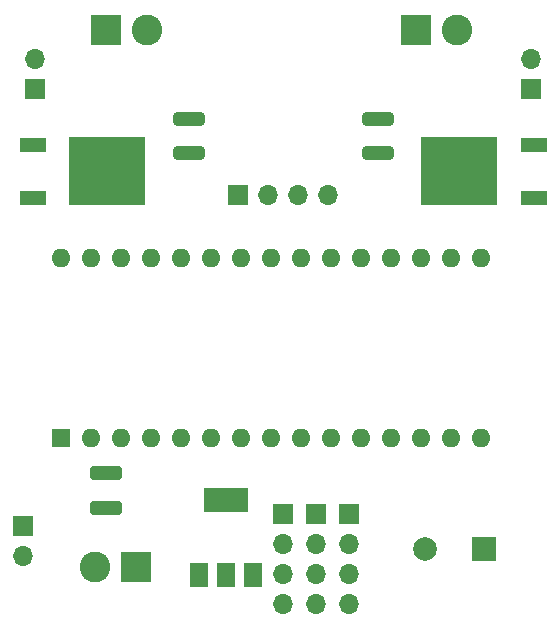
<source format=gbr>
%TF.GenerationSoftware,KiCad,Pcbnew,(6.0.1)*%
%TF.CreationDate,2022-02-19T19:16:45+01:00*%
%TF.ProjectId,NANOFC,4e414e4f-4643-42e6-9b69-6361645f7063,rev?*%
%TF.SameCoordinates,Original*%
%TF.FileFunction,Soldermask,Bot*%
%TF.FilePolarity,Negative*%
%FSLAX46Y46*%
G04 Gerber Fmt 4.6, Leading zero omitted, Abs format (unit mm)*
G04 Created by KiCad (PCBNEW (6.0.1)) date 2022-02-19 19:16:45*
%MOMM*%
%LPD*%
G01*
G04 APERTURE LIST*
G04 Aperture macros list*
%AMRoundRect*
0 Rectangle with rounded corners*
0 $1 Rounding radius*
0 $2 $3 $4 $5 $6 $7 $8 $9 X,Y pos of 4 corners*
0 Add a 4 corners polygon primitive as box body*
4,1,4,$2,$3,$4,$5,$6,$7,$8,$9,$2,$3,0*
0 Add four circle primitives for the rounded corners*
1,1,$1+$1,$2,$3*
1,1,$1+$1,$4,$5*
1,1,$1+$1,$6,$7*
1,1,$1+$1,$8,$9*
0 Add four rect primitives between the rounded corners*
20,1,$1+$1,$2,$3,$4,$5,0*
20,1,$1+$1,$4,$5,$6,$7,0*
20,1,$1+$1,$6,$7,$8,$9,0*
20,1,$1+$1,$8,$9,$2,$3,0*%
G04 Aperture macros list end*
%ADD10R,2.600000X2.600000*%
%ADD11C,2.600000*%
%ADD12R,1.700000X1.700000*%
%ADD13O,1.700000X1.700000*%
%ADD14R,2.000000X2.000000*%
%ADD15C,2.000000*%
%ADD16R,1.600000X1.600000*%
%ADD17O,1.600000X1.600000*%
%ADD18R,2.200000X1.200000*%
%ADD19R,6.400000X5.800000*%
%ADD20RoundRect,0.250000X1.075000X-0.312500X1.075000X0.312500X-1.075000X0.312500X-1.075000X-0.312500X0*%
%ADD21RoundRect,0.250000X1.100000X-0.325000X1.100000X0.325000X-1.100000X0.325000X-1.100000X-0.325000X0*%
%ADD22R,1.500000X2.000000*%
%ADD23R,3.800000X2.000000*%
%ADD24RoundRect,0.250000X-1.075000X0.312500X-1.075000X-0.312500X1.075000X-0.312500X1.075000X0.312500X0*%
G04 APERTURE END LIST*
D10*
%TO.C,Pyro 2*%
X160000000Y-67000000D03*
D11*
X163500000Y-67000000D03*
%TD*%
D12*
%TO.C,Master Arm*%
X153000000Y-109000000D03*
D13*
X153000000Y-111540000D03*
%TD*%
D14*
%TO.C,BZ1*%
X192000000Y-111000000D03*
D15*
X187000000Y-111000000D03*
%TD*%
D12*
%TO.C,J3*%
X171200000Y-81000000D03*
D13*
X173740000Y-81000000D03*
X176280000Y-81000000D03*
X178820000Y-81000000D03*
%TD*%
D12*
%TO.C,GND*%
X180600000Y-108000000D03*
D13*
X180600000Y-110540000D03*
X180600000Y-113080000D03*
X180600000Y-115620000D03*
%TD*%
D16*
%TO.C,A1*%
X156210000Y-101590000D03*
D17*
X158750000Y-101590000D03*
X161290000Y-101590000D03*
X163830000Y-101590000D03*
X166370000Y-101590000D03*
X168910000Y-101590000D03*
X171450000Y-101590000D03*
X173990000Y-101590000D03*
X176530000Y-101590000D03*
X179070000Y-101590000D03*
X181610000Y-101590000D03*
X184150000Y-101590000D03*
X186690000Y-101590000D03*
X189230000Y-101590000D03*
X191770000Y-101590000D03*
X191770000Y-86350000D03*
X189230000Y-86350000D03*
X186690000Y-86350000D03*
X184150000Y-86350000D03*
X181610000Y-86350000D03*
X179070000Y-86350000D03*
X176530000Y-86350000D03*
X173990000Y-86350000D03*
X171450000Y-86350000D03*
X168910000Y-86350000D03*
X166370000Y-86350000D03*
X163830000Y-86350000D03*
X161290000Y-86350000D03*
X158750000Y-86350000D03*
X156210000Y-86350000D03*
%TD*%
D12*
%TO.C,P1 Arm*%
X196000000Y-72000000D03*
D13*
X196000000Y-69460000D03*
%TD*%
D12*
%TO.C,V+*%
X177800000Y-108000000D03*
D13*
X177800000Y-110540000D03*
X177800000Y-113080000D03*
X177800000Y-115620000D03*
%TD*%
D10*
%TO.C,Pyro 1*%
X186250000Y-67000000D03*
D11*
X189750000Y-67000000D03*
%TD*%
D10*
%TO.C,Power in*%
X162560000Y-112455000D03*
D11*
X159060000Y-112455000D03*
%TD*%
D13*
%TO.C,P2 Arm*%
X154000000Y-69460000D03*
D12*
X154000000Y-72000000D03*
%TD*%
%TO.C,SIG*%
X175000000Y-108000000D03*
D13*
X175000000Y-110540000D03*
X175000000Y-113080000D03*
X175000000Y-115620000D03*
%TD*%
D18*
%TO.C,Q1*%
X196200000Y-76720000D03*
D19*
X189900000Y-79000000D03*
D18*
X196200000Y-81280000D03*
%TD*%
D20*
%TO.C,R1*%
X183000000Y-77462500D03*
X183000000Y-74537500D03*
%TD*%
D21*
%TO.C,C1*%
X160000000Y-107475000D03*
X160000000Y-104525000D03*
%TD*%
D18*
%TO.C,Q2*%
X153800000Y-81280000D03*
D19*
X160100000Y-79000000D03*
D18*
X153800000Y-76720000D03*
%TD*%
D22*
%TO.C,U1*%
X172480000Y-113150000D03*
D23*
X170180000Y-106850000D03*
D22*
X170180000Y-113150000D03*
X167880000Y-113150000D03*
%TD*%
D24*
%TO.C,R2*%
X167000000Y-74537500D03*
X167000000Y-77462500D03*
%TD*%
M02*

</source>
